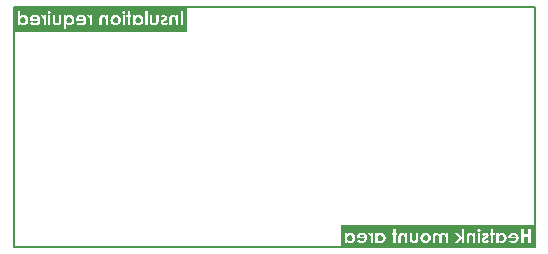
<source format=gbr>
%TF.GenerationSoftware,KiCad,Pcbnew,7.0.9*%
%TF.CreationDate,2024-01-03T10:23:19+05:30*%
%TF.ProjectId,RnD_6th_sem,526e445f-3674-4685-9f73-656d2e6b6963,rev?*%
%TF.SameCoordinates,Original*%
%TF.FileFunction,Legend,Bot*%
%TF.FilePolarity,Positive*%
%FSLAX46Y46*%
G04 Gerber Fmt 4.6, Leading zero omitted, Abs format (unit mm)*
G04 Created by KiCad (PCBNEW 7.0.9) date 2024-01-03 10:23:19*
%MOMM*%
%LPD*%
G01*
G04 APERTURE LIST*
%ADD10C,0.150000*%
G04 APERTURE END LIST*
D10*
X117280000Y-76810000D02*
X161330000Y-76810000D01*
X161330000Y-97110000D01*
X117280000Y-97110000D01*
X117280000Y-76810000D01*
%TO.C,kibuzzard-63FF27E9*%
G36*
X159615651Y-96070858D02*
G01*
X159687739Y-96108065D01*
X159728047Y-96150892D01*
X159765254Y-96217361D01*
X159307142Y-96217361D01*
X159338245Y-96153411D01*
X159389695Y-96102639D01*
X159456261Y-96069502D01*
X159532710Y-96058456D01*
X159615651Y-96070858D01*
G37*
G36*
X146789302Y-96070858D02*
G01*
X146861390Y-96108065D01*
X146901698Y-96150892D01*
X146938905Y-96217361D01*
X146480793Y-96217361D01*
X146511896Y-96153411D01*
X146563347Y-96102639D01*
X146629912Y-96069502D01*
X146706361Y-96058456D01*
X146789302Y-96070858D01*
G37*
G36*
X158612805Y-96092078D02*
G01*
X158686250Y-96144109D01*
X158735084Y-96223271D01*
X158751362Y-96322006D01*
X158734794Y-96421612D01*
X158685087Y-96501840D01*
X158611158Y-96554743D01*
X158521919Y-96572378D01*
X158430452Y-96555034D01*
X158356038Y-96503002D01*
X158306622Y-96422872D01*
X158290150Y-96321230D01*
X158306622Y-96221624D01*
X158356038Y-96142947D01*
X158430645Y-96091787D01*
X158522694Y-96074734D01*
X158612805Y-96092078D01*
G37*
G36*
X152201665Y-96095760D02*
G01*
X152275401Y-96147210D01*
X152324526Y-96225403D01*
X152340901Y-96322781D01*
X152324720Y-96422387D01*
X152276176Y-96501064D01*
X152202828Y-96552224D01*
X152112233Y-96569277D01*
X152021347Y-96552030D01*
X151947126Y-96500289D01*
X151897711Y-96421418D01*
X151881239Y-96322781D01*
X151897420Y-96224434D01*
X151945964Y-96146435D01*
X152019700Y-96095566D01*
X152111458Y-96078610D01*
X152201665Y-96095760D01*
G37*
G36*
X148358392Y-96092078D02*
G01*
X148431837Y-96144109D01*
X148480671Y-96223271D01*
X148496949Y-96322006D01*
X148480381Y-96421612D01*
X148430674Y-96501840D01*
X148356745Y-96554743D01*
X148267506Y-96572378D01*
X148176039Y-96555034D01*
X148101625Y-96503002D01*
X148052209Y-96422872D01*
X148035737Y-96321230D01*
X148052209Y-96221624D01*
X148101625Y-96142947D01*
X148176233Y-96091787D01*
X148268281Y-96074734D01*
X148358392Y-96092078D01*
G37*
G36*
X145786456Y-96092078D02*
G01*
X145859901Y-96144109D01*
X145908735Y-96223271D01*
X145925013Y-96322006D01*
X145908445Y-96421612D01*
X145858738Y-96501840D01*
X145784809Y-96554743D01*
X145695570Y-96572378D01*
X145604103Y-96555034D01*
X145529689Y-96503002D01*
X145480273Y-96422872D01*
X145463801Y-96321230D01*
X145480273Y-96221624D01*
X145529689Y-96142947D01*
X145604297Y-96091787D01*
X145696345Y-96074734D01*
X145786456Y-96092078D01*
G37*
G36*
X161327691Y-97096894D02*
G01*
X160996962Y-97096894D01*
X160176082Y-97096894D01*
X159531160Y-97096894D01*
X158559901Y-97096894D01*
X157639027Y-97096894D01*
X157171614Y-97096894D01*
X156616609Y-97096894D01*
X156511964Y-97096894D01*
X155572487Y-97096894D01*
X154533790Y-97096894D01*
X152712196Y-97096894D01*
X152113783Y-97096894D01*
X151125471Y-97096894D01*
X149793770Y-97096894D01*
X149352711Y-97096894D01*
X148305488Y-97096894D01*
X147460579Y-97096894D01*
X146704811Y-97096894D01*
X145733552Y-97096894D01*
X145263038Y-97096894D01*
X144932309Y-97096894D01*
X144932309Y-96744460D01*
X145263038Y-96744460D01*
X145473878Y-96744460D01*
X145473878Y-96655319D01*
X145535987Y-96705994D01*
X145598289Y-96740197D01*
X145663305Y-96759673D01*
X145733552Y-96766165D01*
X145837680Y-96752083D01*
X145931990Y-96709837D01*
X146016481Y-96639428D01*
X146082799Y-96548090D01*
X146122590Y-96443058D01*
X146133688Y-96343710D01*
X146267628Y-96343710D01*
X146268403Y-96384017D01*
X146948207Y-96384017D01*
X146921174Y-96464729D01*
X146869529Y-96527032D01*
X146796763Y-96566855D01*
X146706361Y-96580129D01*
X146596096Y-96559394D01*
X146502498Y-96497189D01*
X146324214Y-96580905D01*
X146397465Y-96663167D01*
X146483894Y-96720818D01*
X146585632Y-96754828D01*
X146704811Y-96766165D01*
X146828920Y-96752255D01*
X146936666Y-96710526D01*
X147028047Y-96640978D01*
X147097379Y-96550502D01*
X147138979Y-96445986D01*
X147152845Y-96327432D01*
X147139022Y-96206035D01*
X147097552Y-96099194D01*
X147028434Y-96006909D01*
X146938474Y-95936069D01*
X146852915Y-95901101D01*
X147217958Y-95901101D01*
X147283845Y-96083260D01*
X147345082Y-96064657D01*
X147427635Y-96125118D01*
X147452924Y-96214648D01*
X147461354Y-96362313D01*
X147460579Y-96403396D01*
X147460579Y-96744460D01*
X147670643Y-96744460D01*
X147834974Y-96744460D01*
X148045814Y-96744460D01*
X148045814Y-96655319D01*
X148107923Y-96705994D01*
X148170225Y-96740197D01*
X148235241Y-96759673D01*
X148305488Y-96766165D01*
X148409616Y-96752083D01*
X148503926Y-96709837D01*
X148588417Y-96639428D01*
X148654735Y-96548090D01*
X148694526Y-96443058D01*
X148707789Y-96324331D01*
X148694956Y-96201944D01*
X148656457Y-96095232D01*
X148648019Y-96083260D01*
X149227137Y-96083260D01*
X149352711Y-96083260D01*
X149352711Y-96744460D01*
X149563551Y-96744460D01*
X149793770Y-96744460D01*
X150003059Y-96744460D01*
X150003059Y-96374716D01*
X150006450Y-96248948D01*
X150016624Y-96173953D01*
X150063908Y-96098376D01*
X150147236Y-96072408D01*
X150257695Y-96115429D01*
X150296743Y-96166686D01*
X150321644Y-96234414D01*
X150328621Y-96297007D01*
X150330946Y-96405721D01*
X150330946Y-96744460D01*
X150541786Y-96744460D01*
X150541786Y-95901101D01*
X150754176Y-95901101D01*
X150754176Y-96258444D01*
X150758052Y-96390219D01*
X150769679Y-96490988D01*
X150789058Y-96560751D01*
X150841768Y-96648439D01*
X150914631Y-96713067D01*
X151008812Y-96752890D01*
X151125471Y-96766165D01*
X151250948Y-96750662D01*
X151349876Y-96704153D01*
X151422837Y-96629933D01*
X151470411Y-96531295D01*
X151484192Y-96466183D01*
X151492460Y-96373165D01*
X151493626Y-96322006D01*
X151667299Y-96322006D01*
X151682123Y-96437502D01*
X151726597Y-96545248D01*
X151796651Y-96637781D01*
X151888215Y-96707641D01*
X151995767Y-96751534D01*
X152113783Y-96766165D01*
X152228806Y-96751824D01*
X152246475Y-96744460D01*
X152712196Y-96744460D01*
X152925361Y-96744460D01*
X152925361Y-96316580D01*
X152934276Y-96196335D01*
X152961018Y-96122405D01*
X153005589Y-96084326D01*
X153067988Y-96071633D01*
X153165269Y-96102639D01*
X153229219Y-96188293D01*
X153244915Y-96259509D01*
X153250148Y-96363864D01*
X153250148Y-96744460D01*
X153463313Y-96744460D01*
X153463313Y-96335958D01*
X153467479Y-96238387D01*
X153479979Y-96172015D01*
X153529976Y-96096438D01*
X153610591Y-96071633D01*
X153706321Y-96103027D01*
X153770659Y-96191006D01*
X153786646Y-96263870D01*
X153791975Y-96369290D01*
X153791975Y-96744460D01*
X154004365Y-96744460D01*
X154533790Y-96744460D01*
X154796565Y-96744460D01*
X155154683Y-96356112D01*
X155154683Y-96744460D01*
X155366298Y-96744460D01*
X155572487Y-96744460D01*
X155781776Y-96744460D01*
X155781776Y-96374716D01*
X155785167Y-96248948D01*
X155795341Y-96173953D01*
X155842625Y-96098376D01*
X155925953Y-96072408D01*
X156036412Y-96115429D01*
X156075460Y-96166686D01*
X156100361Y-96234414D01*
X156107338Y-96297007D01*
X156109663Y-96405721D01*
X156109663Y-96744460D01*
X156320503Y-96744460D01*
X156320503Y-95901101D01*
X156109663Y-95901101D01*
X156109663Y-95987142D01*
X156040966Y-95935886D01*
X155979051Y-95903039D01*
X155859291Y-95879397D01*
X155743213Y-95901295D01*
X155646125Y-95966989D01*
X155590896Y-96059231D01*
X155572487Y-96187130D01*
X155572487Y-96744460D01*
X155366298Y-96744460D01*
X155366298Y-95691812D01*
X156482509Y-95691812D01*
X156522041Y-95788317D01*
X156616609Y-95828237D01*
X156616609Y-95901101D01*
X156511964Y-95901101D01*
X156511964Y-96744460D01*
X156616609Y-96744460D01*
X156724354Y-96744460D01*
X156724354Y-96503390D01*
X156867756Y-96503390D01*
X156888395Y-96606484D01*
X156950309Y-96690975D01*
X157046912Y-96747367D01*
X157171614Y-96766165D01*
X157286335Y-96750145D01*
X157384521Y-96702086D01*
X157466169Y-96621987D01*
X157335945Y-96480135D01*
X157248741Y-96550286D01*
X157159987Y-96577029D01*
X157092549Y-96556875D01*
X157066969Y-96510366D01*
X157090030Y-96462113D01*
X157159211Y-96415023D01*
X157230525Y-96379366D01*
X157344213Y-96304866D01*
X157412426Y-96218825D01*
X157435164Y-96121243D01*
X157427266Y-96083260D01*
X157513453Y-96083260D01*
X157639027Y-96083260D01*
X157639027Y-96744460D01*
X157849867Y-96744460D01*
X158089387Y-96744460D01*
X158300227Y-96744460D01*
X158300227Y-96655319D01*
X158362336Y-96705994D01*
X158424638Y-96740197D01*
X158489653Y-96759673D01*
X158559901Y-96766165D01*
X158664029Y-96752083D01*
X158758339Y-96709837D01*
X158842830Y-96639428D01*
X158909148Y-96548090D01*
X158948939Y-96443058D01*
X158960037Y-96343710D01*
X159093977Y-96343710D01*
X159094752Y-96384017D01*
X159774556Y-96384017D01*
X159747522Y-96464729D01*
X159695878Y-96527032D01*
X159623111Y-96566855D01*
X159532710Y-96580129D01*
X159422445Y-96559394D01*
X159328846Y-96497189D01*
X159150563Y-96580905D01*
X159223814Y-96663167D01*
X159310243Y-96720818D01*
X159411981Y-96754828D01*
X159531160Y-96766165D01*
X159655269Y-96752255D01*
X159763015Y-96710526D01*
X159854396Y-96640978D01*
X159923728Y-96550502D01*
X159965328Y-96445986D01*
X159979194Y-96327432D01*
X159965371Y-96206035D01*
X159923901Y-96099194D01*
X159854783Y-96006909D01*
X159764823Y-95936069D01*
X159660824Y-95893565D01*
X159542787Y-95879397D01*
X159418247Y-95893565D01*
X159310243Y-95936069D01*
X159218776Y-96006909D01*
X159149443Y-96101003D01*
X159107844Y-96213270D01*
X159093977Y-96343710D01*
X158960037Y-96343710D01*
X158962202Y-96324331D01*
X158949369Y-96201944D01*
X158910870Y-96095232D01*
X158846705Y-96004196D01*
X158764195Y-95934863D01*
X158670661Y-95893263D01*
X158566102Y-95879397D01*
X158492463Y-95886567D01*
X158423475Y-95908077D01*
X158359332Y-95943928D01*
X158300227Y-95994119D01*
X158300227Y-95901101D01*
X158089387Y-95901101D01*
X158089387Y-96744460D01*
X157849867Y-96744460D01*
X157849867Y-96083260D01*
X157958387Y-96083260D01*
X157958387Y-95901101D01*
X157849867Y-95901101D01*
X157849867Y-95604220D01*
X160176082Y-95604220D01*
X160176082Y-96744460D01*
X160395448Y-96744460D01*
X160395448Y-96244491D01*
X160776820Y-96244491D01*
X160776820Y-96744460D01*
X160996962Y-96744460D01*
X160996962Y-95604220D01*
X160776820Y-95604220D01*
X160776820Y-96034426D01*
X160395448Y-96034426D01*
X160395448Y-95604220D01*
X160176082Y-95604220D01*
X157849867Y-95604220D01*
X157849867Y-95590267D01*
X157639027Y-95590267D01*
X157639027Y-95901101D01*
X157513453Y-95901101D01*
X157513453Y-96083260D01*
X157427266Y-96083260D01*
X157415882Y-96028516D01*
X157358036Y-95950323D01*
X157270154Y-95897128D01*
X157160762Y-95879397D01*
X157081019Y-95888408D01*
X157006120Y-95915441D01*
X156939167Y-95959334D01*
X156883259Y-96018923D01*
X157014259Y-96149923D01*
X157090417Y-96090624D01*
X157159211Y-96070858D01*
X157215022Y-96085974D01*
X157235176Y-96123568D01*
X157222386Y-96154962D01*
X157159211Y-96194106D01*
X157081697Y-96232864D01*
X156978409Y-96293907D01*
X156913490Y-96356112D01*
X156879190Y-96424325D01*
X156867756Y-96503390D01*
X156724354Y-96503390D01*
X156724354Y-95901101D01*
X156616609Y-95901101D01*
X156616609Y-95828237D01*
X156713115Y-95787542D01*
X156753035Y-95688711D01*
X156713502Y-95593368D01*
X156618159Y-95553835D01*
X156522429Y-95594143D01*
X156482509Y-95691812D01*
X155366298Y-95691812D01*
X155366298Y-95575540D01*
X155154683Y-95575540D01*
X155154683Y-96249142D01*
X154843074Y-95901101D01*
X154577974Y-95901101D01*
X154940742Y-96305728D01*
X154533790Y-96744460D01*
X154004365Y-96744460D01*
X154004365Y-95901101D01*
X153791975Y-95901101D01*
X153791975Y-95997994D01*
X153734711Y-95945866D01*
X153671440Y-95908853D01*
X153602161Y-95886761D01*
X153526875Y-95879397D01*
X153451686Y-95889086D01*
X153384248Y-95918154D01*
X153326887Y-95965826D01*
X153281929Y-96031326D01*
X153225827Y-95965826D01*
X153158293Y-95918154D01*
X153081650Y-95889086D01*
X152998225Y-95879397D01*
X152913734Y-95889861D01*
X152840095Y-95921255D01*
X152781475Y-95969508D01*
X152742039Y-96030551D01*
X152719657Y-96119111D01*
X152712196Y-96249917D01*
X152712196Y-96744460D01*
X152246475Y-96744460D01*
X152332030Y-96708804D01*
X152423454Y-96637103D01*
X152494724Y-96544903D01*
X152537487Y-96440388D01*
X152551741Y-96323556D01*
X152535635Y-96199102D01*
X152487317Y-96089289D01*
X152406788Y-95994119D01*
X152317819Y-95930384D01*
X152220409Y-95892144D01*
X152114558Y-95879397D01*
X151998771Y-95894319D01*
X151890153Y-95939083D01*
X151796651Y-96009428D01*
X151726210Y-96101089D01*
X151682026Y-96207478D01*
X151667299Y-96322006D01*
X151493626Y-96322006D01*
X151495216Y-96252242D01*
X151495216Y-95901101D01*
X151281276Y-95901101D01*
X151281276Y-96307278D01*
X151277206Y-96407756D01*
X151264998Y-96471996D01*
X151212675Y-96543698D01*
X151123921Y-96569277D01*
X151034391Y-96544085D01*
X150979744Y-96470059D01*
X150969861Y-96412892D01*
X150966566Y-96314254D01*
X150966566Y-95901101D01*
X150754176Y-95901101D01*
X150541786Y-95901101D01*
X150330946Y-95901101D01*
X150330946Y-95987142D01*
X150262249Y-95935886D01*
X150200334Y-95903039D01*
X150080574Y-95879397D01*
X149964496Y-95901295D01*
X149867408Y-95966989D01*
X149812179Y-96059231D01*
X149793770Y-96187130D01*
X149793770Y-96744460D01*
X149563551Y-96744460D01*
X149563551Y-96083260D01*
X149672072Y-96083260D01*
X149672072Y-95901101D01*
X149563551Y-95901101D01*
X149563551Y-95590267D01*
X149352711Y-95590267D01*
X149352711Y-95901101D01*
X149227137Y-95901101D01*
X149227137Y-96083260D01*
X148648019Y-96083260D01*
X148592292Y-96004196D01*
X148509782Y-95934863D01*
X148416248Y-95893263D01*
X148311689Y-95879397D01*
X148238051Y-95886567D01*
X148169062Y-95908077D01*
X148104919Y-95943928D01*
X148045814Y-95994119D01*
X148045814Y-95901101D01*
X147834974Y-95901101D01*
X147834974Y-96744460D01*
X147670643Y-96744460D01*
X147670643Y-95901101D01*
X147489259Y-95901101D01*
X147489259Y-96007296D01*
X147410969Y-95911953D01*
X147303999Y-95879397D01*
X147217958Y-95901101D01*
X146852915Y-95901101D01*
X146834476Y-95893565D01*
X146716438Y-95879397D01*
X146591898Y-95893565D01*
X146483894Y-95936069D01*
X146392427Y-96006909D01*
X146323094Y-96101003D01*
X146281495Y-96213270D01*
X146267628Y-96343710D01*
X146133688Y-96343710D01*
X146135853Y-96324331D01*
X146123020Y-96201944D01*
X146084521Y-96095232D01*
X146020356Y-96004196D01*
X145937846Y-95934863D01*
X145844312Y-95893263D01*
X145739753Y-95879397D01*
X145666115Y-95886567D01*
X145597126Y-95908077D01*
X145532983Y-95943928D01*
X145473878Y-95994119D01*
X145473878Y-95901101D01*
X145263038Y-95901101D01*
X145263038Y-96744460D01*
X144932309Y-96744460D01*
X144932309Y-95223106D01*
X145263038Y-95223106D01*
X160996962Y-95223106D01*
X161327691Y-95223106D01*
X161327691Y-97096894D01*
G37*
%TO.C,kibuzzard-63FF2952*%
G36*
X123010716Y-77627456D02*
G01*
X123082805Y-77664663D01*
X123123112Y-77707490D01*
X123160319Y-77773959D01*
X122702208Y-77773959D01*
X122733310Y-77710009D01*
X122784761Y-77659237D01*
X122851326Y-77626100D01*
X122927775Y-77615054D01*
X123010716Y-77627456D01*
G37*
G36*
X119105528Y-77627456D02*
G01*
X119177617Y-77664663D01*
X119217924Y-77707490D01*
X119255131Y-77773959D01*
X118797020Y-77773959D01*
X118828122Y-77710009D01*
X118879573Y-77659237D01*
X118946138Y-77626100D01*
X119022587Y-77615054D01*
X119105528Y-77627456D01*
G37*
G36*
X127849374Y-77648676D02*
G01*
X127922819Y-77700707D01*
X127971653Y-77779869D01*
X127987932Y-77878604D01*
X127971363Y-77978210D01*
X127921656Y-78058438D01*
X127847727Y-78111341D01*
X127758488Y-78128976D01*
X127667021Y-78111632D01*
X127592607Y-78059600D01*
X127543191Y-77979469D01*
X127526719Y-77877828D01*
X127543191Y-77778222D01*
X127592607Y-77699545D01*
X127667215Y-77648385D01*
X127759263Y-77631332D01*
X127849374Y-77648676D01*
G37*
G36*
X125946486Y-77652358D02*
G01*
X126020222Y-77703808D01*
X126069347Y-77782001D01*
X126085722Y-77879379D01*
X126069541Y-77978985D01*
X126020997Y-78057662D01*
X125947649Y-78108822D01*
X125857054Y-78125875D01*
X125766168Y-78108628D01*
X125691948Y-78056887D01*
X125642532Y-77978016D01*
X125626060Y-77879379D01*
X125642241Y-77781032D01*
X125690785Y-77703033D01*
X125764521Y-77652164D01*
X125856279Y-77635208D01*
X125946486Y-77652358D01*
G37*
G36*
X122007870Y-77648676D02*
G01*
X122081315Y-77700707D01*
X122130150Y-77779869D01*
X122146428Y-77878604D01*
X122129859Y-77978210D01*
X122080153Y-78058438D01*
X122006223Y-78111341D01*
X121916984Y-78128976D01*
X121825517Y-78111632D01*
X121751103Y-78059600D01*
X121701687Y-77979469D01*
X121685215Y-77877828D01*
X121701687Y-77778222D01*
X121751103Y-77699545D01*
X121825711Y-77648385D01*
X121917759Y-77631332D01*
X122007870Y-77648676D01*
G37*
G36*
X118102682Y-77648676D02*
G01*
X118176127Y-77700707D01*
X118224962Y-77779869D01*
X118241240Y-77878604D01*
X118224671Y-77978210D01*
X118174965Y-78058438D01*
X118101035Y-78111341D01*
X118011796Y-78128976D01*
X117920329Y-78111632D01*
X117845915Y-78059600D01*
X117796499Y-77979469D01*
X117780027Y-77877828D01*
X117796499Y-77778222D01*
X117845915Y-77699545D01*
X117920523Y-77648385D01*
X118012571Y-77631332D01*
X118102682Y-77648676D01*
G37*
G36*
X131911465Y-78940296D02*
G01*
X131580735Y-78940296D01*
X131365245Y-78940296D01*
X130396312Y-78940296D01*
X129963780Y-78940296D01*
X129124296Y-78940296D01*
X128351475Y-78940296D01*
X127796470Y-78940296D01*
X126875596Y-78940296D01*
X126551585Y-78940296D01*
X126446940Y-78940296D01*
X125858604Y-78940296D01*
X124491246Y-78940296D01*
X123681993Y-78940296D01*
X122926225Y-78940296D01*
X121484453Y-78940296D01*
X120901542Y-78940296D01*
X120233366Y-78940296D01*
X120128721Y-78940296D01*
X119776805Y-78940296D01*
X119021037Y-78940296D01*
X118049778Y-78940296D01*
X117579265Y-78940296D01*
X117248535Y-78940296D01*
X117248535Y-78609567D01*
X121484453Y-78609567D01*
X121695292Y-78609567D01*
X121695292Y-78211917D01*
X121757401Y-78262592D01*
X121819703Y-78296795D01*
X121884719Y-78316271D01*
X121954966Y-78322762D01*
X122059094Y-78308681D01*
X122153404Y-78266435D01*
X122237895Y-78196026D01*
X122304213Y-78104688D01*
X122344004Y-77999656D01*
X122355102Y-77900308D01*
X122489042Y-77900308D01*
X122489818Y-77940615D01*
X123169621Y-77940615D01*
X123142588Y-78021327D01*
X123090944Y-78083630D01*
X123018177Y-78123453D01*
X122927775Y-78136727D01*
X122817511Y-78115992D01*
X122723912Y-78053787D01*
X122545628Y-78137502D01*
X122618879Y-78219765D01*
X122705308Y-78277416D01*
X122807046Y-78311426D01*
X122926225Y-78322762D01*
X123050335Y-78308853D01*
X123158080Y-78267124D01*
X123249461Y-78197576D01*
X123318794Y-78107099D01*
X123360393Y-78002584D01*
X123374260Y-77884030D01*
X123360436Y-77762633D01*
X123318966Y-77655792D01*
X123249849Y-77563506D01*
X123159889Y-77492667D01*
X123074329Y-77457699D01*
X123439372Y-77457699D01*
X123505259Y-77639858D01*
X123566496Y-77621255D01*
X123649049Y-77681716D01*
X123674338Y-77771246D01*
X123682768Y-77918911D01*
X123681993Y-77959994D01*
X123681993Y-78301058D01*
X123892057Y-78301058D01*
X124491246Y-78301058D01*
X124700535Y-78301058D01*
X124700535Y-77931313D01*
X124703927Y-77805546D01*
X124714100Y-77730551D01*
X124761384Y-77654974D01*
X124844713Y-77629006D01*
X124955171Y-77672027D01*
X124994219Y-77723284D01*
X125019120Y-77791012D01*
X125026097Y-77853605D01*
X125028422Y-77962319D01*
X125028422Y-78301058D01*
X125239262Y-78301058D01*
X125239262Y-77878604D01*
X125412120Y-77878604D01*
X125426944Y-77994100D01*
X125471418Y-78101846D01*
X125541472Y-78194379D01*
X125633036Y-78264239D01*
X125740588Y-78308132D01*
X125858604Y-78322762D01*
X125973627Y-78308422D01*
X126076851Y-78265402D01*
X126168275Y-78193701D01*
X126239546Y-78101501D01*
X126282308Y-77996986D01*
X126296562Y-77880154D01*
X126280456Y-77755700D01*
X126232139Y-77645887D01*
X126151609Y-77550717D01*
X126062640Y-77486982D01*
X125965230Y-77448742D01*
X125859379Y-77435995D01*
X125743592Y-77450916D01*
X125634974Y-77495681D01*
X125541472Y-77566026D01*
X125471031Y-77657687D01*
X125426848Y-77764076D01*
X125412120Y-77878604D01*
X125239262Y-77878604D01*
X125239262Y-77457699D01*
X125028422Y-77457699D01*
X125028422Y-77543740D01*
X124959725Y-77492484D01*
X124897810Y-77459637D01*
X124778050Y-77435995D01*
X124661972Y-77457893D01*
X124564885Y-77523586D01*
X124509655Y-77615829D01*
X124491246Y-77743728D01*
X124491246Y-78301058D01*
X123892057Y-78301058D01*
X123892057Y-77457699D01*
X123710673Y-77457699D01*
X123710673Y-77563894D01*
X123632383Y-77468551D01*
X123525413Y-77435995D01*
X123439372Y-77457699D01*
X123074329Y-77457699D01*
X123055890Y-77450163D01*
X122937852Y-77435995D01*
X122813312Y-77450163D01*
X122705308Y-77492667D01*
X122613841Y-77563506D01*
X122544508Y-77657601D01*
X122502909Y-77769868D01*
X122489042Y-77900308D01*
X122355102Y-77900308D01*
X122357267Y-77880929D01*
X122344434Y-77758542D01*
X122305936Y-77651830D01*
X122241771Y-77560793D01*
X122159261Y-77491461D01*
X122065726Y-77449861D01*
X121961168Y-77435995D01*
X121887529Y-77443165D01*
X121818541Y-77464675D01*
X121754397Y-77500526D01*
X121695292Y-77550717D01*
X121695292Y-77457699D01*
X121484453Y-77457699D01*
X121484453Y-78609567D01*
X117248535Y-78609567D01*
X117248535Y-77132137D01*
X117579265Y-77132137D01*
X117579265Y-78301058D01*
X117790104Y-78301058D01*
X117790104Y-78211917D01*
X117852213Y-78262592D01*
X117914515Y-78296795D01*
X117979531Y-78316271D01*
X118049778Y-78322762D01*
X118153906Y-78308681D01*
X118248216Y-78266435D01*
X118332707Y-78196026D01*
X118399025Y-78104688D01*
X118438816Y-77999656D01*
X118449914Y-77900308D01*
X118583854Y-77900308D01*
X118584630Y-77940615D01*
X119264433Y-77940615D01*
X119237400Y-78021327D01*
X119185756Y-78083630D01*
X119112989Y-78123453D01*
X119022587Y-78136727D01*
X118912323Y-78115992D01*
X118818724Y-78053787D01*
X118640440Y-78137502D01*
X118713691Y-78219765D01*
X118800120Y-78277416D01*
X118901858Y-78311426D01*
X119021037Y-78322762D01*
X119145147Y-78308853D01*
X119252892Y-78267124D01*
X119344273Y-78197576D01*
X119413606Y-78107099D01*
X119455205Y-78002584D01*
X119469072Y-77884030D01*
X119455248Y-77762633D01*
X119413778Y-77655792D01*
X119344661Y-77563506D01*
X119254701Y-77492667D01*
X119169141Y-77457699D01*
X119534184Y-77457699D01*
X119600071Y-77639858D01*
X119661308Y-77621255D01*
X119743861Y-77681716D01*
X119769150Y-77771246D01*
X119777580Y-77918911D01*
X119776805Y-77959994D01*
X119776805Y-78301058D01*
X119986870Y-78301058D01*
X119986870Y-77457699D01*
X119805485Y-77457699D01*
X119805485Y-77563894D01*
X119727195Y-77468551D01*
X119620225Y-77435995D01*
X119534184Y-77457699D01*
X119169141Y-77457699D01*
X119150702Y-77450163D01*
X119032664Y-77435995D01*
X118908124Y-77450163D01*
X118800120Y-77492667D01*
X118708653Y-77563506D01*
X118639320Y-77657601D01*
X118597721Y-77769868D01*
X118583854Y-77900308D01*
X118449914Y-77900308D01*
X118452079Y-77880929D01*
X118439246Y-77758542D01*
X118400748Y-77651830D01*
X118336583Y-77560793D01*
X118254073Y-77491461D01*
X118160538Y-77449861D01*
X118055980Y-77435995D01*
X117982341Y-77443165D01*
X117913353Y-77464675D01*
X117849209Y-77500526D01*
X117790104Y-77550717D01*
X117790104Y-77248409D01*
X120099266Y-77248409D01*
X120138798Y-77344915D01*
X120233366Y-77384835D01*
X120233366Y-77457699D01*
X120128721Y-77457699D01*
X120128721Y-78301058D01*
X120233366Y-78301058D01*
X120341111Y-78301058D01*
X120341111Y-77457699D01*
X120530247Y-77457699D01*
X120530247Y-77815042D01*
X120534123Y-77946816D01*
X120545750Y-78047585D01*
X120565129Y-78117349D01*
X120617839Y-78205037D01*
X120690703Y-78269665D01*
X120784883Y-78309488D01*
X120901542Y-78322762D01*
X121027019Y-78307260D01*
X121125947Y-78260751D01*
X121198908Y-78186530D01*
X121246483Y-78087893D01*
X121260263Y-78022781D01*
X121268531Y-77929763D01*
X121271287Y-77808840D01*
X121271287Y-77457699D01*
X121057347Y-77457699D01*
X121057347Y-77863876D01*
X121053277Y-77964354D01*
X121041069Y-78028594D01*
X120988746Y-78100295D01*
X120899992Y-78125875D01*
X120810463Y-78100683D01*
X120755815Y-78026656D01*
X120745932Y-77969489D01*
X120742637Y-77870852D01*
X120742637Y-77457699D01*
X120530247Y-77457699D01*
X120341111Y-77457699D01*
X120233366Y-77457699D01*
X120233366Y-77384835D01*
X120329872Y-77344140D01*
X120368540Y-77248409D01*
X126417485Y-77248409D01*
X126457017Y-77344915D01*
X126551585Y-77384835D01*
X126551585Y-77457699D01*
X126446940Y-77457699D01*
X126446940Y-78301058D01*
X126551585Y-78301058D01*
X126659330Y-78301058D01*
X126659330Y-77639858D01*
X126750023Y-77639858D01*
X126875596Y-77639858D01*
X126875596Y-78301058D01*
X127086436Y-78301058D01*
X127325956Y-78301058D01*
X127536796Y-78301058D01*
X127536796Y-78211917D01*
X127598905Y-78262592D01*
X127661207Y-78296795D01*
X127726223Y-78316271D01*
X127796470Y-78322762D01*
X127900598Y-78308681D01*
X127994908Y-78266435D01*
X128079399Y-78196026D01*
X128145717Y-78104688D01*
X128185508Y-77999656D01*
X128198771Y-77880929D01*
X128185938Y-77758542D01*
X128147439Y-77651830D01*
X128083275Y-77560793D01*
X128000764Y-77491461D01*
X127907230Y-77449861D01*
X127802672Y-77435995D01*
X127729033Y-77443165D01*
X127660045Y-77464675D01*
X127595901Y-77500526D01*
X127536796Y-77550717D01*
X127536796Y-77457699D01*
X127325956Y-77457699D01*
X127325956Y-78301058D01*
X127086436Y-78301058D01*
X127086436Y-77639858D01*
X127194957Y-77639858D01*
X127194957Y-77457699D01*
X127086436Y-77457699D01*
X127086436Y-77146865D01*
X126875596Y-77146865D01*
X126875596Y-77457699D01*
X126750023Y-77457699D01*
X126750023Y-77639858D01*
X126659330Y-77639858D01*
X126659330Y-77457699D01*
X126551585Y-77457699D01*
X126551585Y-77384835D01*
X126648091Y-77344140D01*
X126688011Y-77245309D01*
X126648478Y-77149966D01*
X126605479Y-77132137D01*
X128351475Y-77132137D01*
X128351475Y-78301058D01*
X128563090Y-78301058D01*
X128563090Y-77457699D01*
X128753001Y-77457699D01*
X128753001Y-77815042D01*
X128756877Y-77946816D01*
X128768504Y-78047585D01*
X128787883Y-78117349D01*
X128840593Y-78205037D01*
X128913456Y-78269665D01*
X129007637Y-78309488D01*
X129124296Y-78322762D01*
X129249773Y-78307260D01*
X129348701Y-78260751D01*
X129421662Y-78186530D01*
X129469236Y-78087893D01*
X129475142Y-78059988D01*
X129659922Y-78059988D01*
X129680561Y-78163082D01*
X129742476Y-78247573D01*
X129839078Y-78303965D01*
X129963780Y-78322762D01*
X130078502Y-78306743D01*
X130090117Y-78301058D01*
X130396312Y-78301058D01*
X130605601Y-78301058D01*
X130605601Y-77931313D01*
X130608992Y-77805546D01*
X130619166Y-77730551D01*
X130666450Y-77654974D01*
X130749778Y-77629006D01*
X130860237Y-77672027D01*
X130899285Y-77723284D01*
X130924186Y-77791012D01*
X130931163Y-77853605D01*
X130933488Y-77962319D01*
X130933488Y-78301058D01*
X131144328Y-78301058D01*
X131144328Y-77457699D01*
X130933488Y-77457699D01*
X130933488Y-77543740D01*
X130864791Y-77492484D01*
X130802876Y-77459637D01*
X130683116Y-77435995D01*
X130567038Y-77457893D01*
X130469951Y-77523586D01*
X130414721Y-77615829D01*
X130396312Y-77743728D01*
X130396312Y-78301058D01*
X130090117Y-78301058D01*
X130176687Y-78258684D01*
X130258336Y-78178585D01*
X130128111Y-78036733D01*
X130040907Y-78106884D01*
X129952153Y-78133627D01*
X129884715Y-78113473D01*
X129859135Y-78066964D01*
X129882196Y-78018711D01*
X129951378Y-77971621D01*
X130022691Y-77935964D01*
X130136379Y-77861464D01*
X130204592Y-77775423D01*
X130227330Y-77677841D01*
X130208048Y-77585114D01*
X130150203Y-77506921D01*
X130062320Y-77453726D01*
X129952928Y-77435995D01*
X129873185Y-77445006D01*
X129798286Y-77472039D01*
X129731333Y-77515932D01*
X129675425Y-77575521D01*
X129806425Y-77706521D01*
X129882583Y-77647222D01*
X129951378Y-77627456D01*
X130007188Y-77642571D01*
X130027342Y-77680166D01*
X130014552Y-77711559D01*
X129951378Y-77750704D01*
X129873863Y-77789462D01*
X129770575Y-77850504D01*
X129705656Y-77912710D01*
X129671356Y-77980923D01*
X129659922Y-78059988D01*
X129475142Y-78059988D01*
X129483017Y-78022781D01*
X129491285Y-77929763D01*
X129494041Y-77808840D01*
X129494041Y-77457699D01*
X129280101Y-77457699D01*
X129280101Y-77863876D01*
X129276031Y-77964354D01*
X129263823Y-78028594D01*
X129211500Y-78100295D01*
X129122746Y-78125875D01*
X129033217Y-78100683D01*
X128978569Y-78026656D01*
X128968686Y-77969489D01*
X128965391Y-77870852D01*
X128965391Y-77457699D01*
X128753001Y-77457699D01*
X128563090Y-77457699D01*
X128563090Y-77160818D01*
X131365245Y-77160818D01*
X131365245Y-78301058D01*
X131580735Y-78301058D01*
X131580735Y-77160818D01*
X131365245Y-77160818D01*
X128563090Y-77160818D01*
X128563090Y-77132137D01*
X128351475Y-77132137D01*
X126605479Y-77132137D01*
X126553135Y-77110433D01*
X126457405Y-77150741D01*
X126417485Y-77248409D01*
X120368540Y-77248409D01*
X120369792Y-77245309D01*
X120330259Y-77149966D01*
X120234916Y-77110433D01*
X120139186Y-77150741D01*
X120099266Y-77248409D01*
X117790104Y-77248409D01*
X117790104Y-77132137D01*
X117579265Y-77132137D01*
X117248535Y-77132137D01*
X117248535Y-76779704D01*
X117579265Y-76779704D01*
X131580735Y-76779704D01*
X131911465Y-76779704D01*
X131911465Y-78940296D01*
G37*
%TD*%
M02*

</source>
